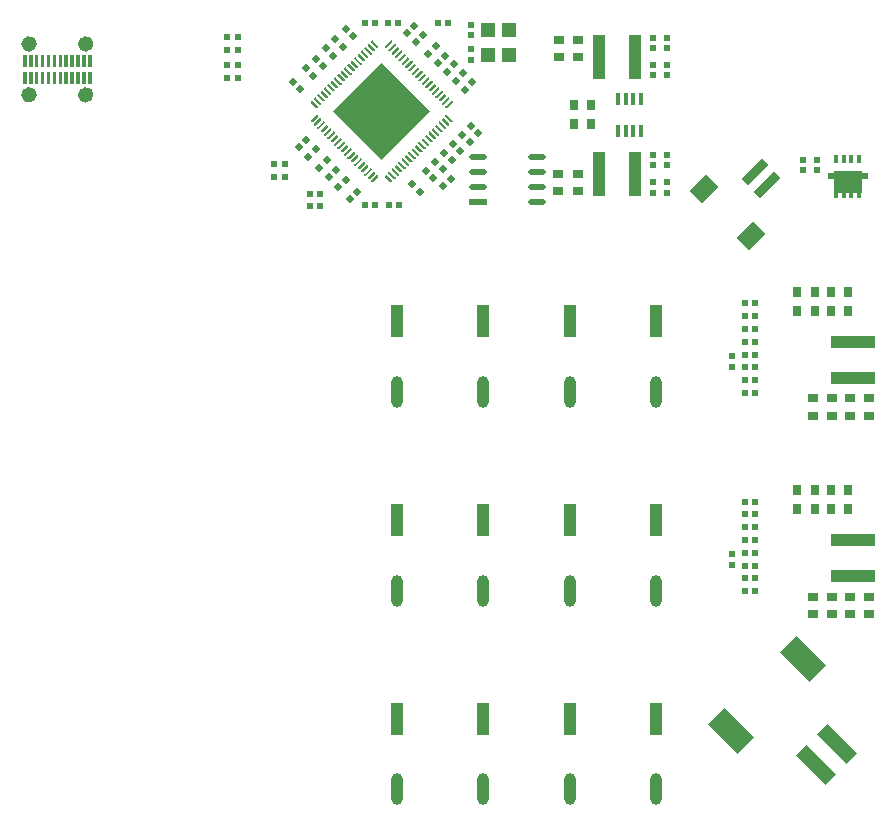
<source format=gbp>
G04*
G04 #@! TF.GenerationSoftware,Altium Limited,Altium Designer,24.0.1 (36)*
G04*
G04 Layer_Color=128*
%FSLAX44Y44*%
%MOMM*%
G71*
G04*
G04 #@! TF.SameCoordinates,6F16000C-B149-46FA-B592-FBC60BD1AF14*
G04*
G04*
G04 #@! TF.FilePolarity,Positive*
G04*
G01*
G75*
%ADD25R,0.5000X0.5000*%
%ADD26R,0.5000X0.5000*%
%ADD29R,1.2000X1.3000*%
%ADD30R,0.7500X0.8500*%
%ADD77O,1.5000X0.5000*%
%ADD78R,1.5000X0.5000*%
%ADD79P,0.7071X4X180.0*%
%ADD80R,0.4200X0.6600*%
%ADD81R,1.1000X3.7000*%
G04:AMPARAMS|DCode=88|XSize=2mm|YSize=3.5mm|CornerRadius=0mm|HoleSize=0mm|Usage=FLASHONLY|Rotation=45.000|XOffset=0mm|YOffset=0mm|HoleType=Round|Shape=Rectangle|*
%AMROTATEDRECTD88*
4,1,4,0.5303,-1.9446,-1.9446,0.5303,-0.5303,1.9446,1.9446,-0.5303,0.5303,-1.9446,0.0*
%
%ADD88ROTATEDRECTD88*%

G04:AMPARAMS|DCode=89|XSize=1.2mm|YSize=3.5mm|CornerRadius=0mm|HoleSize=0mm|Usage=FLASHONLY|Rotation=45.000|XOffset=0mm|YOffset=0mm|HoleType=Round|Shape=Rectangle|*
%AMROTATEDRECTD89*
4,1,4,0.8132,-1.6617,-1.6617,0.8132,-0.8132,1.6617,1.6617,-0.8132,0.8132,-1.6617,0.0*
%
%ADD89ROTATEDRECTD89*%

%ADD90R,0.8500X0.7500*%
%ADD91R,1.0000X2.7000*%
%ADD92O,1.0000X2.7000*%
%ADD93R,3.7000X1.1000*%
G04:AMPARAMS|DCode=94|XSize=0.8mm|YSize=2.5mm|CornerRadius=0mm|HoleSize=0mm|Usage=FLASHONLY|Rotation=315.000|XOffset=0mm|YOffset=0mm|HoleType=Round|Shape=Rectangle|*
%AMROTATEDRECTD94*
4,1,4,-1.1667,-0.6010,0.6010,1.1667,1.1667,0.6010,-0.6010,-1.1667,-1.1667,-0.6010,0.0*
%
%ADD94ROTATEDRECTD94*%

G04:AMPARAMS|DCode=95|XSize=1.95mm|YSize=1.5mm|CornerRadius=0mm|HoleSize=0mm|Usage=FLASHONLY|Rotation=225.000|XOffset=0mm|YOffset=0mm|HoleType=Round|Shape=Rectangle|*
%AMROTATEDRECTD95*
4,1,4,0.1591,1.2198,1.2198,0.1591,-0.1591,-1.2198,-1.2198,-0.1591,0.1591,1.2198,0.0*
%
%ADD95ROTATEDRECTD95*%

%ADD96P,0.7071X4X270.0*%
%ADD97R,0.4318X0.9779*%
%ADD98R,3.4600X0.5700*%
%ADD99R,2.3700X1.8300*%
%ADD123C,0.6500*%
G36*
X360674Y652289D02*
Y651460D01*
X360381Y651167D01*
X356138Y646925D01*
X355845Y646632D01*
X355017Y646632D01*
X354431Y647217D01*
Y648046D01*
X354724Y648339D01*
X358967Y652581D01*
X359260Y652874D01*
X360088Y652874D01*
X360674Y652289D01*
D02*
G37*
G36*
X344105Y652581D02*
X348348Y648339D01*
X348640Y648046D01*
Y647217D01*
X348055Y646632D01*
X347226Y646632D01*
X346933Y646925D01*
X342691Y651167D01*
X342398Y651460D01*
Y652289D01*
X342984Y652874D01*
X343812Y652874D01*
X344105Y652581D01*
D02*
G37*
G36*
X363494Y649469D02*
Y648640D01*
X363201Y648347D01*
X358958Y644105D01*
X358665Y643812D01*
X357837D01*
X357251Y644398D01*
Y645226D01*
X357544Y645519D01*
X361787Y649762D01*
X362080Y650055D01*
X362908Y650055D01*
X363494Y649469D01*
D02*
G37*
G36*
X341285Y649762D02*
X345528Y645519D01*
X345821Y645226D01*
Y644398D01*
X345235Y643812D01*
X344406D01*
X344114Y644105D01*
X339871Y648347D01*
X339578Y648640D01*
Y649469D01*
X340164Y650055D01*
X340992Y650055D01*
X341285Y649762D01*
D02*
G37*
G36*
X366331Y646631D02*
Y645803D01*
X366039Y645510D01*
X361796Y641267D01*
X361503Y640974D01*
X360675D01*
X360089Y641560D01*
Y642388D01*
X360382Y642681D01*
X364624Y646924D01*
X364917Y647217D01*
X365746D01*
X366331Y646631D01*
D02*
G37*
G36*
X338447Y646924D02*
X342690Y642681D01*
X342983Y642388D01*
Y641560D01*
X342397Y640974D01*
X341569D01*
X341276Y641267D01*
X337033Y645510D01*
X336740Y645803D01*
Y646631D01*
X337326Y647217D01*
X338154Y647217D01*
X338447Y646924D01*
D02*
G37*
G36*
X369151Y643811D02*
Y642983D01*
X368858Y642690D01*
X364616Y638447D01*
X364323Y638154D01*
X363494Y638154D01*
X362909Y638740D01*
X362909Y639569D01*
X363201Y639861D01*
X367444Y644104D01*
X367737Y644397D01*
X368565D01*
X369151Y643811D01*
D02*
G37*
G36*
X335628Y644104D02*
X339870Y639861D01*
X340163Y639569D01*
Y638740D01*
X339577Y638154D01*
X338749Y638154D01*
X338456Y638447D01*
X334213Y642690D01*
X333920Y642983D01*
Y643811D01*
X334506Y644397D01*
X335335D01*
X335628Y644104D01*
D02*
G37*
G36*
X371989Y640974D02*
Y640145D01*
X371696Y639852D01*
X367453Y635610D01*
X367161Y635317D01*
X366332Y635317D01*
X365746Y635902D01*
Y636731D01*
X366039Y637024D01*
X370282Y641266D01*
X370575Y641559D01*
X371403D01*
X371989Y640974D01*
D02*
G37*
G36*
X332790Y641266D02*
X337032Y637024D01*
X337325Y636731D01*
Y635902D01*
X336740Y635317D01*
X335911Y635317D01*
X335618Y635610D01*
X331376Y639852D01*
X331083Y640145D01*
Y640974D01*
X331668Y641559D01*
X332497D01*
X332790Y641266D01*
D02*
G37*
G36*
X374809Y638154D02*
Y637325D01*
X374516Y637032D01*
X370273Y632790D01*
X369980Y632497D01*
X369152Y632497D01*
X368566Y633083D01*
Y633911D01*
X368859Y634204D01*
X373102Y638447D01*
X373395Y638739D01*
X374223Y638740D01*
X374809Y638154D01*
D02*
G37*
G36*
X329970Y638447D02*
X334213Y634204D01*
X334506Y633911D01*
Y633083D01*
X333920Y632497D01*
X333091Y632497D01*
X332798Y632790D01*
X328556Y637032D01*
X328263Y637325D01*
Y638154D01*
X328849Y638739D01*
X329677Y638740D01*
X329970Y638447D01*
D02*
G37*
G36*
X105962Y630597D02*
X102963D01*
Y640597D01*
X105962D01*
Y630597D01*
D02*
G37*
G36*
X100961D02*
X97961D01*
Y640597D01*
X100961D01*
Y630597D01*
D02*
G37*
G36*
X95962D02*
X92963D01*
Y640597D01*
X95962D01*
Y630597D01*
D02*
G37*
G36*
X90961D02*
X87961D01*
Y640597D01*
X90961D01*
Y630597D01*
D02*
G37*
G36*
X85962D02*
X82963D01*
Y640597D01*
X85962D01*
Y630597D01*
D02*
G37*
G36*
X80961D02*
X77961D01*
Y640597D01*
X80961D01*
Y630597D01*
D02*
G37*
G36*
X75963D02*
X72962D01*
Y640597D01*
X75963D01*
Y630597D01*
D02*
G37*
G36*
X70961D02*
X67961D01*
Y640597D01*
X70961D01*
Y630597D01*
D02*
G37*
G36*
X65963D02*
X62962D01*
Y640597D01*
X65963D01*
Y630597D01*
D02*
G37*
G36*
X60961D02*
X57961D01*
Y640597D01*
X60961D01*
Y630597D01*
D02*
G37*
G36*
X55963D02*
X52963D01*
Y640597D01*
X55963D01*
Y630597D01*
D02*
G37*
G36*
X50961D02*
X47961D01*
Y640597D01*
X50961D01*
Y630597D01*
D02*
G37*
G36*
X377647Y635316D02*
Y634487D01*
X377354Y634195D01*
X373111Y629952D01*
X372818Y629659D01*
X371990Y629659D01*
X371404Y630245D01*
Y631073D01*
X371697Y631366D01*
X375939Y635609D01*
X376232Y635902D01*
X377061Y635902D01*
X377647Y635316D01*
D02*
G37*
G36*
X327132Y635609D02*
X331375Y631366D01*
X331668Y631073D01*
Y630245D01*
X331082Y629659D01*
X330253Y629659D01*
X329961Y629952D01*
X325718Y634195D01*
X325425Y634487D01*
Y635316D01*
X326011Y635902D01*
X326839Y635902D01*
X327132Y635609D01*
D02*
G37*
G36*
X380466Y632496D02*
Y631668D01*
X380173Y631375D01*
X375931Y627132D01*
X375638Y626839D01*
X374809D01*
X374224Y627425D01*
Y628254D01*
X374517Y628546D01*
X378759Y632789D01*
X379052Y633082D01*
X379881Y633082D01*
X380466Y632496D01*
D02*
G37*
G36*
X324312Y632789D02*
X328555Y628546D01*
X328848Y628254D01*
Y627425D01*
X328262Y626839D01*
X327434D01*
X327141Y627132D01*
X322898Y631375D01*
X322605Y631668D01*
X322605Y632496D01*
X323191Y633082D01*
X324020Y633082D01*
X324312Y632789D01*
D02*
G37*
G36*
X383304Y629658D02*
Y628830D01*
X383011Y628537D01*
X378769Y624294D01*
X378476Y624002D01*
X377647D01*
X377062Y624587D01*
Y625416D01*
X377354Y625709D01*
X381597Y629951D01*
X381890Y630244D01*
X382718Y630244D01*
X383304Y629658D01*
D02*
G37*
G36*
X321475Y629951D02*
X325717Y625709D01*
X326010Y625416D01*
Y624587D01*
X325424Y624002D01*
X324596D01*
X324303Y624294D01*
X320060Y628537D01*
X319767Y628830D01*
Y629658D01*
X320353Y630244D01*
X321182D01*
X321475Y629951D01*
D02*
G37*
G36*
X318655Y627131D02*
X322897Y622889D01*
X323190Y622596D01*
Y621768D01*
X322604Y621182D01*
X321776Y621182D01*
X321483Y621475D01*
X317241Y625717D01*
X316948Y626010D01*
Y626838D01*
X317533Y627424D01*
X318362D01*
X318655Y627131D01*
D02*
G37*
G36*
X386124Y626838D02*
Y626010D01*
X385831Y625717D01*
X381588Y621475D01*
X381296Y621182D01*
X380467Y621182D01*
X379881Y621768D01*
Y622596D01*
X380174Y622889D01*
X384417Y627131D01*
X384710Y627424D01*
X385538D01*
X386124Y626838D01*
D02*
G37*
G36*
X388944Y624019D02*
Y623190D01*
X388651Y622897D01*
X384408Y618655D01*
X384115Y618362D01*
X383287Y618362D01*
X382701Y618948D01*
Y619776D01*
X382994Y620069D01*
X387237Y624312D01*
X387530Y624604D01*
X388358Y624604D01*
X388944Y624019D01*
D02*
G37*
G36*
X315835Y624312D02*
X320078Y620069D01*
X320370Y619776D01*
Y618948D01*
X319785Y618362D01*
X318956Y618362D01*
X318663Y618655D01*
X314421Y622897D01*
X314128Y623190D01*
Y624019D01*
X314714Y624604D01*
X315542Y624604D01*
X315835Y624312D01*
D02*
G37*
G36*
X105961Y616197D02*
X102961D01*
Y626197D01*
X105961D01*
Y616197D01*
D02*
G37*
G36*
X100961D02*
X97961D01*
Y626197D01*
X100961D01*
Y616197D01*
D02*
G37*
G36*
X95963D02*
X92963D01*
Y626197D01*
X95963D01*
Y616197D01*
D02*
G37*
G36*
X90962D02*
X87962D01*
Y626197D01*
X90962D01*
Y616197D01*
D02*
G37*
G36*
X85963D02*
X82963D01*
Y626197D01*
X85963D01*
Y616197D01*
D02*
G37*
G36*
X80963D02*
X77963D01*
Y626197D01*
X80963D01*
Y616197D01*
D02*
G37*
G36*
X75963D02*
X72963D01*
Y626197D01*
X75963D01*
Y616197D01*
D02*
G37*
G36*
X70961D02*
X67962D01*
Y626197D01*
X70961D01*
Y616197D01*
D02*
G37*
G36*
X65963D02*
X62963D01*
Y626197D01*
X65963D01*
Y616197D01*
D02*
G37*
G36*
X60961D02*
X57962D01*
Y626197D01*
X60961D01*
Y616197D01*
D02*
G37*
G36*
X55963D02*
X52963D01*
Y626197D01*
X55963D01*
Y616197D01*
D02*
G37*
G36*
X50961D02*
X47962D01*
Y626197D01*
X50961D01*
Y616197D01*
D02*
G37*
G36*
X391782Y621181D02*
Y620353D01*
X391489Y620060D01*
X387246Y615817D01*
X386953Y615524D01*
X386125Y615524D01*
X385539Y616110D01*
Y616938D01*
X385832Y617231D01*
X390074Y621474D01*
X390367Y621767D01*
X391196Y621767D01*
X391782Y621181D01*
D02*
G37*
G36*
X312997Y621474D02*
X317240Y617231D01*
X317533Y616938D01*
Y616110D01*
X316947Y615524D01*
X316119Y615524D01*
X315826Y615817D01*
X311583Y620060D01*
X311290Y620353D01*
Y621181D01*
X311876Y621767D01*
X312704Y621767D01*
X312997Y621474D01*
D02*
G37*
G36*
X394601Y618361D02*
Y617533D01*
X394308Y617240D01*
X390066Y612997D01*
X389773Y612704D01*
X388945D01*
X388359Y613290D01*
Y614118D01*
X388652Y614411D01*
X392894Y618654D01*
X393187Y618947D01*
X394016Y618947D01*
X394601Y618361D01*
D02*
G37*
G36*
X310177Y618654D02*
X314420Y614411D01*
X314713Y614119D01*
Y613290D01*
X314127Y612704D01*
X313299D01*
X313006Y612997D01*
X308763Y617240D01*
X308470Y617533D01*
Y618361D01*
X309056Y618947D01*
X309884Y618947D01*
X310177Y618654D01*
D02*
G37*
G36*
X397439Y615523D02*
Y614695D01*
X397146Y614402D01*
X392904Y610159D01*
X392611Y609867D01*
X391782D01*
X391196Y610452D01*
Y611281D01*
X391489Y611574D01*
X395732Y615816D01*
X396025Y616109D01*
X396853Y616109D01*
X397439Y615523D01*
D02*
G37*
G36*
X307340Y615816D02*
X311582Y611574D01*
X311875Y611281D01*
Y610452D01*
X311289Y609867D01*
X310461D01*
X310168Y610159D01*
X305926Y614402D01*
X305633Y614695D01*
Y615523D01*
X306218Y616109D01*
X307047D01*
X307340Y615816D01*
D02*
G37*
G36*
X304520Y612996D02*
X308762Y608754D01*
X309055Y608461D01*
Y607632D01*
X308470Y607047D01*
X307641Y607047D01*
X307348Y607340D01*
X303106Y611582D01*
X302813Y611875D01*
Y612704D01*
X303399Y613289D01*
X304227D01*
X304520Y612996D01*
D02*
G37*
G36*
X400259Y612704D02*
Y611875D01*
X399966Y611582D01*
X395723Y607340D01*
X395430Y607047D01*
X394602Y607047D01*
X394016Y607633D01*
Y608461D01*
X394309Y608754D01*
X398552Y612996D01*
X398845Y613289D01*
X399673D01*
X400259Y612704D01*
D02*
G37*
G36*
X403097Y609866D02*
Y609037D01*
X402804Y608745D01*
X398561Y604502D01*
X398268Y604209D01*
X397440Y604209D01*
X396854Y604795D01*
Y605623D01*
X397147Y605916D01*
X401390Y610159D01*
X401682Y610452D01*
X402511D01*
X403097Y609866D01*
D02*
G37*
G36*
X301682Y610159D02*
X305925Y605916D01*
X306218Y605623D01*
Y604795D01*
X305632Y604209D01*
X304803Y604209D01*
X304510Y604502D01*
X300268Y608745D01*
X299975Y609037D01*
Y609866D01*
X300561Y610452D01*
X301389D01*
X301682Y610159D01*
D02*
G37*
G36*
X405916Y607046D02*
Y606218D01*
X405624Y605925D01*
X401381Y601682D01*
X401088Y601389D01*
X400260Y601389D01*
X399674Y601975D01*
Y602803D01*
X399967Y603096D01*
X404209Y607339D01*
X404502Y607632D01*
X405331Y607632D01*
X405916Y607046D01*
D02*
G37*
G36*
X298862Y607339D02*
X303105Y603096D01*
X303398Y602803D01*
Y601975D01*
X302812Y601389D01*
X301984Y601389D01*
X301691Y601682D01*
X297448Y605925D01*
X297155Y606218D01*
Y607046D01*
X297741Y607632D01*
X298569Y607632D01*
X298862Y607339D01*
D02*
G37*
G36*
X408754Y604208D02*
Y603380D01*
X408461Y603087D01*
X404219Y598844D01*
X403926Y598551D01*
X403097Y598551D01*
X402512Y599137D01*
Y599966D01*
X402804Y600259D01*
X407047Y604501D01*
X407340Y604794D01*
X408168Y604794D01*
X408754Y604208D01*
D02*
G37*
G36*
X296025Y604501D02*
X300267Y600259D01*
X300560Y599966D01*
Y599137D01*
X299974Y598551D01*
X299146Y598551D01*
X298853Y598844D01*
X294610Y603087D01*
X294317Y603380D01*
Y604208D01*
X294903Y604794D01*
X295732Y604794D01*
X296025Y604501D01*
D02*
G37*
G36*
X411574Y601389D02*
Y600560D01*
X411281Y600267D01*
X407038Y596025D01*
X406746Y595732D01*
X405917D01*
X405331Y596317D01*
Y597146D01*
X405624Y597439D01*
X409867Y601681D01*
X410160Y601974D01*
X410988Y601974D01*
X411574Y601389D01*
D02*
G37*
G36*
X293205Y601681D02*
X297447Y597439D01*
X297740Y597146D01*
Y596317D01*
X297155Y595732D01*
X296326D01*
X296033Y596025D01*
X291791Y600267D01*
X291498Y600560D01*
Y601389D01*
X292083Y601974D01*
X292912D01*
X293205Y601681D01*
D02*
G37*
G36*
X407038Y589648D02*
X411281Y585405D01*
X411574Y585112D01*
Y584284D01*
X410988Y583698D01*
X410160Y583698D01*
X409867Y583991D01*
X405624Y588234D01*
X405331Y588526D01*
Y589355D01*
X405917Y589941D01*
X406746D01*
X407038Y589648D01*
D02*
G37*
G36*
X297740Y589355D02*
Y588526D01*
X297447Y588234D01*
X293205Y583991D01*
X292912Y583698D01*
X292083Y583698D01*
X291498Y584284D01*
X291498Y585112D01*
X291791Y585405D01*
X296033Y589648D01*
X296326Y589941D01*
X297155D01*
X297740Y589355D01*
D02*
G37*
G36*
X404219Y586828D02*
X408461Y582585D01*
X408754Y582293D01*
Y581464D01*
X408168Y580878D01*
X407340D01*
X407047Y581171D01*
X402804Y585414D01*
X402512Y585707D01*
X402512Y586535D01*
X403097Y587121D01*
X403926Y587121D01*
X404219Y586828D01*
D02*
G37*
G36*
X300560Y586535D02*
Y585707D01*
X300267Y585414D01*
X296025Y581171D01*
X295732Y580878D01*
X294903D01*
X294317Y581464D01*
Y582293D01*
X294610Y582585D01*
X298853Y586828D01*
X299146Y587121D01*
X299974Y587121D01*
X300560Y586535D01*
D02*
G37*
G36*
X401381Y583990D02*
X405624Y579748D01*
X405916Y579455D01*
Y578626D01*
X405331Y578041D01*
X404502Y578041D01*
X404209Y578333D01*
X399967Y582576D01*
X399674Y582869D01*
Y583697D01*
X400260Y584283D01*
X401088Y584283D01*
X401381Y583990D01*
D02*
G37*
G36*
X303398Y583697D02*
Y582869D01*
X303105Y582576D01*
X298862Y578333D01*
X298570Y578041D01*
X297741Y578041D01*
X297155Y578626D01*
Y579455D01*
X297448Y579748D01*
X301691Y583990D01*
X301984Y584283D01*
X302812Y584283D01*
X303398Y583697D01*
D02*
G37*
G36*
X398561Y581171D02*
X402804Y576928D01*
X403097Y576635D01*
Y575807D01*
X402511Y575221D01*
X401682Y575221D01*
X401390Y575514D01*
X397147Y579756D01*
X396854Y580049D01*
X396854Y580878D01*
X397440Y581463D01*
X398268Y581463D01*
X398561Y581171D01*
D02*
G37*
G36*
X306218Y580878D02*
Y580049D01*
X305925Y579756D01*
X301682Y575514D01*
X301389Y575221D01*
X300561D01*
X299975Y575807D01*
Y576635D01*
X300268Y576928D01*
X304510Y581171D01*
X304803Y581463D01*
X305632D01*
X306218Y580878D01*
D02*
G37*
G36*
X395723Y578333D02*
X399966Y574090D01*
X400259Y573797D01*
Y572969D01*
X399673Y572383D01*
X398845Y572383D01*
X398552Y572676D01*
X394309Y576918D01*
X394016Y577211D01*
Y578040D01*
X394602Y578626D01*
X395430Y578626D01*
X395723Y578333D01*
D02*
G37*
G36*
X309055Y578040D02*
Y577211D01*
X308762Y576918D01*
X304520Y572676D01*
X304227Y572383D01*
X303399Y572383D01*
X302813Y572969D01*
X302813Y573797D01*
X303106Y574090D01*
X307348Y578333D01*
X307641Y578626D01*
X308470Y578626D01*
X309055Y578040D01*
D02*
G37*
G36*
X392904Y575513D02*
X397146Y571270D01*
X397439Y570977D01*
Y570149D01*
X396853Y569563D01*
X396025Y569563D01*
X395732Y569856D01*
X391489Y574099D01*
X391196Y574392D01*
Y575220D01*
X391782Y575806D01*
X392611D01*
X392904Y575513D01*
D02*
G37*
G36*
X311875Y575220D02*
Y574392D01*
X311582Y574099D01*
X307340Y569856D01*
X307047Y569563D01*
X306218Y569563D01*
X305633Y570149D01*
Y570977D01*
X305926Y571270D01*
X310168Y575513D01*
X310461Y575806D01*
X311289D01*
X311875Y575220D01*
D02*
G37*
G36*
X390066Y572675D02*
X394308Y568433D01*
X394601Y568140D01*
Y567311D01*
X394016Y566725D01*
X393187Y566725D01*
X392894Y567018D01*
X388652Y571261D01*
X388359Y571554D01*
Y572382D01*
X388945Y572968D01*
X389773Y572968D01*
X390066Y572675D01*
D02*
G37*
G36*
X314713Y572382D02*
Y571554D01*
X314420Y571261D01*
X310177Y567018D01*
X309884Y566725D01*
X309056Y566725D01*
X308470Y567311D01*
Y568140D01*
X308763Y568433D01*
X313006Y572675D01*
X313299Y572968D01*
X314127Y572968D01*
X314713Y572382D01*
D02*
G37*
G36*
X387246Y569855D02*
X391489Y565613D01*
X391782Y565320D01*
Y564491D01*
X391196Y563906D01*
X390367D01*
X390074Y564198D01*
X385832Y568441D01*
X385539Y568734D01*
X385539Y569562D01*
X386125Y570148D01*
X386953Y570148D01*
X387246Y569855D01*
D02*
G37*
G36*
X317533Y569562D02*
Y568734D01*
X317240Y568441D01*
X312997Y564198D01*
X312704Y563906D01*
X311876Y563906D01*
X311290Y564491D01*
Y565320D01*
X311583Y565613D01*
X315826Y569855D01*
X316119Y570148D01*
X316947Y570148D01*
X317533Y569562D01*
D02*
G37*
G36*
X384408Y567018D02*
X388651Y562775D01*
X388944Y562482D01*
Y561654D01*
X388358Y561068D01*
X387530D01*
X387237Y561361D01*
X382994Y565603D01*
X382701Y565896D01*
X382701Y566725D01*
X383287Y567310D01*
X384115Y567310D01*
X384408Y567018D01*
D02*
G37*
G36*
X320370Y566725D02*
Y565896D01*
X320078Y565603D01*
X315835Y561361D01*
X315542Y561068D01*
X314714D01*
X314128Y561654D01*
Y562482D01*
X314421Y562775D01*
X318663Y567018D01*
X318956Y567310D01*
X319785Y567310D01*
X320370Y566725D01*
D02*
G37*
G36*
X381588Y564198D02*
X385831Y559955D01*
X386124Y559662D01*
Y558834D01*
X385538Y558248D01*
X384710Y558248D01*
X384417Y558541D01*
X380174Y562784D01*
X379881Y563077D01*
Y563905D01*
X380467Y564491D01*
X381296Y564491D01*
X381588Y564198D01*
D02*
G37*
G36*
X323190Y563905D02*
Y563077D01*
X322897Y562784D01*
X318655Y558541D01*
X318362Y558248D01*
X317533Y558248D01*
X316948Y558834D01*
X316948Y559662D01*
X317241Y559955D01*
X321483Y564198D01*
X321776Y564491D01*
X322604Y564491D01*
X323190Y563905D01*
D02*
G37*
G36*
X378769Y561378D02*
X383011Y557135D01*
X383304Y556842D01*
Y556014D01*
X382718Y555428D01*
X381890Y555428D01*
X381597Y555721D01*
X377354Y559964D01*
X377062Y560257D01*
Y561085D01*
X377647Y561671D01*
X378476D01*
X378769Y561378D01*
D02*
G37*
G36*
X326010Y561085D02*
Y560257D01*
X325717Y559964D01*
X321475Y555721D01*
X321182Y555428D01*
X320353Y555428D01*
X319767Y556014D01*
Y556842D01*
X320060Y557135D01*
X324303Y561378D01*
X324596Y561671D01*
X325424D01*
X326010Y561085D01*
D02*
G37*
G36*
X375931Y558540D02*
X380173Y554298D01*
X380466Y554005D01*
Y553176D01*
X379881Y552590D01*
X379052Y552590D01*
X378759Y552883D01*
X374517Y557126D01*
X374224Y557419D01*
Y558247D01*
X374809Y558833D01*
X375638Y558833D01*
X375931Y558540D01*
D02*
G37*
G36*
X328848Y558247D02*
Y557419D01*
X328555Y557126D01*
X324312Y552883D01*
X324020Y552590D01*
X323191Y552590D01*
X322605Y553176D01*
X322605Y554005D01*
X322898Y554298D01*
X327141Y558540D01*
X327434Y558833D01*
X328262Y558833D01*
X328848Y558247D01*
D02*
G37*
G36*
X392548Y592836D02*
X351536Y551824D01*
X310524Y592836D01*
X351536Y633848D01*
X392548Y592836D01*
D02*
G37*
G36*
X373111Y555720D02*
X377354Y551478D01*
X377647Y551185D01*
Y550356D01*
X377061Y549771D01*
X376232D01*
X375939Y550064D01*
X371697Y554306D01*
X371404Y554599D01*
X371404Y555428D01*
X371990Y556013D01*
X372818Y556013D01*
X373111Y555720D01*
D02*
G37*
G36*
X331668Y555428D02*
Y554599D01*
X331375Y554306D01*
X327132Y550064D01*
X326839Y549771D01*
X326011Y549771D01*
X325425Y550356D01*
Y551185D01*
X325718Y551478D01*
X329961Y555720D01*
X330253Y556013D01*
X331082Y556013D01*
X331668Y555428D01*
D02*
G37*
G36*
X370273Y552883D02*
X374516Y548640D01*
X374809Y548347D01*
Y547519D01*
X374223Y546933D01*
X373395D01*
X373102Y547226D01*
X368859Y551469D01*
X368566Y551761D01*
Y552590D01*
X369152Y553176D01*
X369980Y553176D01*
X370273Y552883D01*
D02*
G37*
G36*
X334506Y552590D02*
Y551761D01*
X334213Y551469D01*
X329970Y547226D01*
X329677Y546933D01*
X328849D01*
X328263Y547519D01*
Y548347D01*
X328556Y548640D01*
X332798Y552883D01*
X333091Y553176D01*
X333920Y553176D01*
X334506Y552590D01*
D02*
G37*
G36*
X367453Y550063D02*
X371696Y545820D01*
X371989Y545527D01*
Y544699D01*
X371403Y544113D01*
X370575D01*
X370282Y544406D01*
X366039Y548649D01*
X365746Y548942D01*
Y549770D01*
X366332Y550356D01*
X367161Y550356D01*
X367453Y550063D01*
D02*
G37*
G36*
X337325Y549770D02*
Y548941D01*
X337032Y548649D01*
X332790Y544406D01*
X332497Y544113D01*
X331668D01*
X331083Y544699D01*
Y545527D01*
X331376Y545820D01*
X335618Y550063D01*
X335911Y550356D01*
X336740D01*
X337325Y549770D01*
D02*
G37*
G36*
X364616Y547225D02*
X368858Y542982D01*
X369151Y542690D01*
Y541861D01*
X368565Y541275D01*
X367737Y541275D01*
X367444Y541568D01*
X363201Y545811D01*
X362909Y546104D01*
Y546932D01*
X363494Y547518D01*
X364323D01*
X364616Y547225D01*
D02*
G37*
G36*
X340163Y546932D02*
Y546104D01*
X339870Y545811D01*
X335628Y541568D01*
X335335Y541275D01*
X334506Y541275D01*
X333920Y541861D01*
Y542690D01*
X334213Y542982D01*
X338456Y547225D01*
X338749Y547518D01*
X339577D01*
X340163Y546932D01*
D02*
G37*
G36*
X361796Y544405D02*
X366039Y540163D01*
X366331Y539870D01*
Y539041D01*
X365746Y538456D01*
X364917Y538456D01*
X364624Y538749D01*
X360382Y542991D01*
X360089Y543284D01*
Y544112D01*
X360675Y544698D01*
X361503D01*
X361796Y544405D01*
D02*
G37*
G36*
X342983Y544112D02*
Y543284D01*
X342690Y542991D01*
X338447Y538749D01*
X338154Y538456D01*
X337326Y538456D01*
X336740Y539041D01*
X336740Y539870D01*
X337033Y540163D01*
X341276Y544405D01*
X341569Y544698D01*
X342397D01*
X342983Y544112D01*
D02*
G37*
G36*
X358958Y541567D02*
X363201Y537325D01*
X363494Y537032D01*
Y536204D01*
X362908Y535618D01*
X362080D01*
X361787Y535911D01*
X357544Y540153D01*
X357251Y540446D01*
Y541275D01*
X357837Y541860D01*
X358665Y541861D01*
X358958Y541567D01*
D02*
G37*
G36*
X345821Y541275D02*
Y540446D01*
X345528Y540153D01*
X341285Y535911D01*
X340992Y535618D01*
X340164D01*
X339578Y536204D01*
Y537032D01*
X339871Y537325D01*
X344114Y541567D01*
X344406Y541860D01*
X345235Y541861D01*
X345821Y541275D01*
D02*
G37*
G36*
X356138Y538748D02*
X360381Y534505D01*
X360674Y534212D01*
Y533384D01*
X360088Y532798D01*
X359260Y532798D01*
X358967Y533091D01*
X354724Y537333D01*
X354431Y537626D01*
Y538455D01*
X355017Y539041D01*
X355845Y539041D01*
X356138Y538748D01*
D02*
G37*
G36*
X348640Y538455D02*
Y537626D01*
X348348Y537333D01*
X344105Y533091D01*
X343812Y532798D01*
X342984Y532798D01*
X342398Y533384D01*
X342398Y534212D01*
X342691Y534505D01*
X346933Y538748D01*
X347226Y539041D01*
X348055Y539041D01*
X348640Y538455D01*
D02*
G37*
D25*
X708660Y542870D02*
D03*
Y551870D02*
D03*
X648477Y217950D02*
D03*
Y208950D02*
D03*
X720090Y543120D02*
D03*
Y551620D02*
D03*
X593090Y556070D02*
D03*
Y547570D02*
D03*
X592836Y623384D02*
D03*
Y631884D02*
D03*
X593344Y524138D02*
D03*
Y532638D02*
D03*
X581406D02*
D03*
Y524138D02*
D03*
X581152Y547506D02*
D03*
Y556006D02*
D03*
X427482Y645596D02*
D03*
Y636596D02*
D03*
Y666170D02*
D03*
Y657170D02*
D03*
X592836Y655252D02*
D03*
X581406D02*
D03*
X648462Y376754D02*
D03*
X581152Y631816D02*
D03*
X592836Y646752D02*
D03*
X648462Y385754D02*
D03*
X581152Y623316D02*
D03*
X581406Y646752D02*
D03*
D26*
X667713Y229924D02*
D03*
X659213D02*
D03*
X667713Y262472D02*
D03*
X659213D02*
D03*
X667713Y219074D02*
D03*
X659213D02*
D03*
X659277Y240773D02*
D03*
X667777D02*
D03*
X220798Y644906D02*
D03*
Y655574D02*
D03*
X220544Y621030D02*
D03*
Y631698D02*
D03*
X260748Y537210D02*
D03*
X260676Y548132D02*
D03*
X290648Y512318D02*
D03*
X290576Y523240D02*
D03*
X229798Y655574D02*
D03*
Y644906D02*
D03*
X229544Y631698D02*
D03*
Y621030D02*
D03*
X269676Y548132D02*
D03*
X269748Y537210D02*
D03*
X299576Y523240D02*
D03*
X299648Y512318D02*
D03*
X346202Y513588D02*
D03*
X337702D02*
D03*
X659198Y365179D02*
D03*
Y430276D02*
D03*
Y397728D02*
D03*
X659213Y197376D02*
D03*
X658980Y376029D02*
D03*
X658995Y208225D02*
D03*
X407856Y667766D02*
D03*
X365878Y513588D02*
D03*
X357378D02*
D03*
X337448Y667766D02*
D03*
X345948D02*
D03*
X357192D02*
D03*
X365692D02*
D03*
X667762Y408577D02*
D03*
X659262D02*
D03*
X659198Y386878D02*
D03*
X667698D02*
D03*
X667713Y197376D02*
D03*
X667698Y365179D02*
D03*
Y430276D02*
D03*
X659213Y186526D02*
D03*
X667713D02*
D03*
X667698Y397728D02*
D03*
X659198Y354330D02*
D03*
X667698D02*
D03*
X667995Y208225D02*
D03*
X658980Y419426D02*
D03*
X667980D02*
D03*
X658995Y251623D02*
D03*
X667995D02*
D03*
X667980Y376029D02*
D03*
X399356Y667766D02*
D03*
D29*
X458946Y661876D02*
D03*
Y640876D02*
D03*
X441946D02*
D03*
Y661876D02*
D03*
D30*
X732006Y439674D02*
D03*
X746506D02*
D03*
X732006Y424180D02*
D03*
X746506D02*
D03*
X718058D02*
D03*
X703558D02*
D03*
X746521Y256376D02*
D03*
X732021D02*
D03*
Y271870D02*
D03*
X746521D02*
D03*
X718073D02*
D03*
X703573D02*
D03*
Y256376D02*
D03*
X718073D02*
D03*
X529082Y581914D02*
D03*
X514582D02*
D03*
X529082Y597916D02*
D03*
X514582D02*
D03*
X703558Y439674D02*
D03*
X718058D02*
D03*
D77*
X482708Y554228D02*
D03*
Y541528D02*
D03*
Y528828D02*
D03*
Y516128D02*
D03*
X432708Y554228D02*
D03*
Y541528D02*
D03*
Y528828D02*
D03*
D78*
Y516128D02*
D03*
D79*
X433478Y574551D02*
D03*
X427467Y580561D02*
D03*
X383928Y524884D02*
D03*
X377564Y531248D02*
D03*
X403232Y543934D02*
D03*
X426092Y566794D02*
D03*
X321042Y662954D02*
D03*
X295642Y637554D02*
D03*
X287260Y629172D02*
D03*
X304278Y646190D02*
D03*
X312152Y654064D02*
D03*
X396868Y550298D02*
D03*
X410675Y551731D02*
D03*
X404665Y557741D02*
D03*
X327406Y656590D02*
D03*
X318516Y647700D02*
D03*
X310642Y639826D02*
D03*
X302006Y631190D02*
D03*
X418252Y559394D02*
D03*
X276438Y617896D02*
D03*
X395392Y536534D02*
D03*
X389382Y542544D02*
D03*
X282448Y611886D02*
D03*
X412242Y565404D02*
D03*
X419728Y573158D02*
D03*
X293624Y622808D02*
D03*
D80*
X755748Y552164D02*
D03*
X749248D02*
D03*
X742748D02*
D03*
X736248D02*
D03*
X736248Y522764D02*
D03*
X742748D02*
D03*
X749248D02*
D03*
X755748D02*
D03*
D81*
X535912Y639064D02*
D03*
X565912D02*
D03*
X535912Y540004D02*
D03*
X565912D02*
D03*
D88*
X708306Y129111D02*
D03*
X647113Y67918D02*
D03*
D89*
X736972Y56930D02*
D03*
X719294Y39252D02*
D03*
D90*
X732636Y181954D02*
D03*
Y167454D02*
D03*
X763778Y349758D02*
D03*
Y335258D02*
D03*
X717042Y349758D02*
D03*
Y335258D02*
D03*
X732621Y349758D02*
D03*
Y335258D02*
D03*
X763793Y181954D02*
D03*
Y167454D02*
D03*
X517906Y638926D02*
D03*
Y653426D02*
D03*
X500888Y525642D02*
D03*
Y540142D02*
D03*
X501396Y653426D02*
D03*
Y638926D02*
D03*
X517652Y525642D02*
D03*
X748199Y335258D02*
D03*
X748215Y167454D02*
D03*
X717057D02*
D03*
X517652Y540142D02*
D03*
X717057Y181954D02*
D03*
X748215D02*
D03*
X748199Y349758D02*
D03*
D91*
X584200Y415572D02*
D03*
Y246916D02*
D03*
X510879D02*
D03*
X437557D02*
D03*
X364236D02*
D03*
X584200Y78768D02*
D03*
X510879D02*
D03*
X364236D02*
D03*
X437557D02*
D03*
X510879Y415572D02*
D03*
X437557D02*
D03*
X364236D02*
D03*
D92*
X584200Y355572D02*
D03*
Y186916D02*
D03*
X510879D02*
D03*
X437557D02*
D03*
X364236D02*
D03*
X584200Y18768D02*
D03*
X510879D02*
D03*
X364236D02*
D03*
X437557D02*
D03*
X510879Y355572D02*
D03*
X437557D02*
D03*
X364236D02*
D03*
D93*
X750331Y199706D02*
D03*
Y229706D02*
D03*
X750316Y397510D02*
D03*
Y367510D02*
D03*
D94*
X678085Y530573D02*
D03*
X667478Y541179D02*
D03*
D95*
X664070Y487312D02*
D03*
X624218Y527164D02*
D03*
D96*
X378925Y665183D02*
D03*
X372915Y659173D02*
D03*
X405087Y640037D02*
D03*
X399077Y634027D02*
D03*
X428124Y617354D02*
D03*
X421760Y610990D02*
D03*
X397390Y647834D02*
D03*
X391026Y641470D02*
D03*
X289546Y554214D02*
D03*
X410090Y535820D02*
D03*
X420504Y624974D02*
D03*
X281418Y562342D02*
D03*
X314946Y528560D02*
D03*
X298690Y545070D02*
D03*
X412884Y632594D02*
D03*
X306564Y537196D02*
D03*
X287782Y568706D02*
D03*
X321310Y534924D02*
D03*
X414140Y618610D02*
D03*
X406520Y626230D02*
D03*
X312928Y543560D02*
D03*
X305054Y551434D02*
D03*
X295910Y560578D02*
D03*
X386545Y657563D02*
D03*
X380535Y651553D02*
D03*
X330665Y524467D02*
D03*
X324655Y518457D02*
D03*
X403726Y529456D02*
D03*
D97*
X564590Y603186D02*
D03*
X551590D02*
D03*
X571090Y575882D02*
D03*
X564590D02*
D03*
X558090D02*
D03*
X551590D02*
D03*
X558090Y603186D02*
D03*
X571090D02*
D03*
D98*
X745998Y537814D02*
D03*
D99*
X745998Y533314D02*
D03*
D123*
X104214Y649896D02*
G03*
X104214Y649896I-3251J0D01*
G01*
Y606896D02*
G03*
X104214Y606896I-3251J0D01*
G01*
X56213D02*
G03*
X56213Y606896I-3251J0D01*
G01*
Y649896D02*
G03*
X56213Y649896I-3251J0D01*
G01*
M02*

</source>
